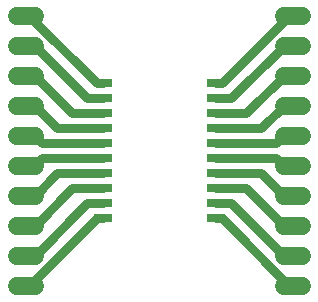
<source format=gbr>
G04 EAGLE Gerber RS-274X export*
G75*
%MOMM*%
%FSLAX34Y34*%
%LPD*%
%INTop Copper*%
%IPPOS*%
%AMOC8*
5,1,8,0,0,1.08239X$1,22.5*%
G01*
G04 Define Apertures*
%ADD10R,1.650000X0.650000*%
%ADD11C,1.524000*%
%ADD12C,0.800000*%
D10*
X128950Y280646D03*
X128950Y267946D03*
X128950Y255246D03*
X128950Y242546D03*
X128950Y229846D03*
X128950Y217146D03*
X128950Y204446D03*
X128950Y191746D03*
X128950Y179046D03*
X128950Y166346D03*
X224450Y166346D03*
X224450Y179046D03*
X224450Y191746D03*
X224450Y204446D03*
X224450Y217146D03*
X224450Y229846D03*
X224450Y242546D03*
X224450Y255246D03*
X224450Y267946D03*
X224450Y280646D03*
D11*
X71120Y109196D02*
X55880Y109196D01*
X55880Y134596D02*
X71120Y134596D01*
X71120Y159996D02*
X55880Y159996D01*
X55880Y185396D02*
X71120Y185396D01*
X71120Y210796D02*
X55880Y210796D01*
X55880Y236196D02*
X71120Y236196D01*
X71120Y261596D02*
X55880Y261596D01*
X55880Y286996D02*
X71120Y286996D01*
X71120Y312396D02*
X55880Y312396D01*
X55880Y337796D02*
X71120Y337796D01*
X282280Y337796D02*
X297520Y337796D01*
X297520Y312396D02*
X282280Y312396D01*
X282280Y286996D02*
X297520Y286996D01*
X297520Y261596D02*
X282280Y261596D01*
X282280Y236196D02*
X297520Y236196D01*
X297520Y210796D02*
X282280Y210796D01*
X282280Y185396D02*
X297520Y185396D01*
X297520Y159996D02*
X282280Y159996D01*
X282280Y134596D02*
X297520Y134596D01*
X297520Y109196D02*
X282280Y109196D01*
D12*
X286600Y109196D02*
X289900Y109196D01*
X286600Y109196D02*
X229450Y166346D01*
X224450Y166346D01*
X282280Y134596D02*
X289900Y134596D01*
X282280Y134596D02*
X237830Y179046D01*
X224450Y179046D01*
X282280Y159996D02*
X289900Y159996D01*
X282280Y159996D02*
X250530Y191746D01*
X224450Y191746D01*
X282280Y185396D02*
X289900Y185396D01*
X282280Y185396D02*
X263230Y204446D01*
X224450Y204446D01*
X282280Y210796D02*
X289900Y210796D01*
X282280Y210796D02*
X275930Y217146D01*
X224450Y217146D01*
X282280Y236196D02*
X289900Y236196D01*
X282280Y236196D02*
X275930Y229846D01*
X224450Y229846D01*
X282280Y261596D02*
X289900Y261596D01*
X282280Y261596D02*
X263230Y242546D01*
X224450Y242546D01*
X282280Y286996D02*
X289900Y286996D01*
X282280Y286996D02*
X250530Y255246D01*
X224450Y255246D01*
X282280Y312396D02*
X289900Y312396D01*
X282280Y312396D02*
X237830Y267946D01*
X224450Y267946D01*
X286600Y337796D02*
X289900Y337796D01*
X286600Y337796D02*
X229450Y280646D01*
X224450Y280646D01*
X128950Y166346D02*
X123950Y166346D01*
X66800Y109196D01*
X63500Y109196D01*
X115570Y179046D02*
X128950Y179046D01*
X115570Y179046D02*
X71120Y134596D01*
X63500Y134596D01*
X102870Y191746D02*
X128950Y191746D01*
X102870Y191746D02*
X71120Y159996D01*
X63500Y159996D01*
X90170Y204446D02*
X128950Y204446D01*
X90170Y204446D02*
X71120Y185396D01*
X63500Y185396D01*
X77470Y217146D02*
X128950Y217146D01*
X77470Y217146D02*
X71120Y210796D01*
X63500Y210796D01*
X77470Y229846D02*
X128950Y229846D01*
X77470Y229846D02*
X71120Y236196D01*
X63500Y236196D01*
X90170Y242546D02*
X128950Y242546D01*
X90170Y242546D02*
X71120Y261596D01*
X63500Y261596D01*
X102870Y255246D02*
X128950Y255246D01*
X102870Y255246D02*
X71120Y286996D01*
X63500Y286996D01*
X115570Y267946D02*
X128950Y267946D01*
X115570Y267946D02*
X71120Y312396D01*
X63500Y312396D01*
X123950Y280646D02*
X128950Y280646D01*
X123950Y280646D02*
X66800Y337796D01*
X63500Y337796D01*
M02*

</source>
